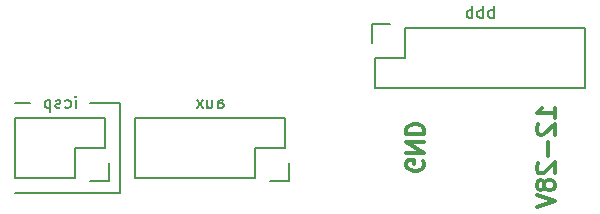
<source format=gbr>
G04 #@! TF.FileFunction,Legend,Bot*
%FSLAX46Y46*%
G04 Gerber Fmt 4.6, Leading zero omitted, Abs format (unit mm)*
G04 Created by KiCad (PCBNEW 4.0.2+dfsg1-stable) date Sat 09 Apr 2016 11:20:45 AM EDT*
%MOMM*%
G01*
G04 APERTURE LIST*
%ADD10C,0.100000*%
%ADD11C,0.200000*%
%ADD12C,0.300000*%
%ADD13C,0.150000*%
G04 APERTURE END LIST*
D10*
D11*
X-24130000Y8890000D02*
X-25400000Y8890000D01*
X-16510000Y8890000D02*
X-19050000Y8890000D01*
X-16510000Y1270000D02*
X-16510000Y8890000D01*
X-25400000Y1270000D02*
X-16510000Y1270000D01*
D12*
X9132000Y3937143D02*
X9203429Y3794286D01*
X9203429Y3580000D01*
X9132000Y3365715D01*
X8989143Y3222857D01*
X8846286Y3151429D01*
X8560571Y3080000D01*
X8346286Y3080000D01*
X8060571Y3151429D01*
X7917714Y3222857D01*
X7774857Y3365715D01*
X7703429Y3580000D01*
X7703429Y3722857D01*
X7774857Y3937143D01*
X7846286Y4008572D01*
X8346286Y4008572D01*
X8346286Y3722857D01*
X7703429Y4651429D02*
X9203429Y4651429D01*
X7703429Y5508572D01*
X9203429Y5508572D01*
X7703429Y6222858D02*
X9203429Y6222858D01*
X9203429Y6580001D01*
X9132000Y6794286D01*
X8989143Y6937144D01*
X8846286Y7008572D01*
X8560571Y7080001D01*
X8346286Y7080001D01*
X8060571Y7008572D01*
X7917714Y6937144D01*
X7774857Y6794286D01*
X7703429Y6580001D01*
X7703429Y6222858D01*
X20236571Y7603713D02*
X20236571Y8460856D01*
X20236571Y8032284D02*
X18736571Y8032284D01*
X18950857Y8175141D01*
X19093714Y8317999D01*
X19165143Y8460856D01*
X18879429Y7032285D02*
X18808000Y6960856D01*
X18736571Y6817999D01*
X18736571Y6460856D01*
X18808000Y6317999D01*
X18879429Y6246570D01*
X19022286Y6175142D01*
X19165143Y6175142D01*
X19379429Y6246570D01*
X20236571Y7103713D01*
X20236571Y6175142D01*
X19665143Y5532285D02*
X19665143Y4389428D01*
X18879429Y3746571D02*
X18808000Y3675142D01*
X18736571Y3532285D01*
X18736571Y3175142D01*
X18808000Y3032285D01*
X18879429Y2960856D01*
X19022286Y2889428D01*
X19165143Y2889428D01*
X19379429Y2960856D01*
X20236571Y3817999D01*
X20236571Y2889428D01*
X19379429Y2032285D02*
X19308000Y2175143D01*
X19236571Y2246571D01*
X19093714Y2318000D01*
X19022286Y2318000D01*
X18879429Y2246571D01*
X18808000Y2175143D01*
X18736571Y2032285D01*
X18736571Y1746571D01*
X18808000Y1603714D01*
X18879429Y1532285D01*
X19022286Y1460857D01*
X19093714Y1460857D01*
X19236571Y1532285D01*
X19308000Y1603714D01*
X19379429Y1746571D01*
X19379429Y2032285D01*
X19450857Y2175143D01*
X19522286Y2246571D01*
X19665143Y2318000D01*
X19950857Y2318000D01*
X20093714Y2246571D01*
X20165143Y2175143D01*
X20236571Y2032285D01*
X20236571Y1746571D01*
X20165143Y1603714D01*
X20093714Y1532285D01*
X19950857Y1460857D01*
X19665143Y1460857D01*
X19522286Y1532285D01*
X19450857Y1603714D01*
X19379429Y1746571D01*
X18736571Y1032286D02*
X20236571Y532286D01*
X18736571Y32286D01*
D13*
X-2540000Y7620000D02*
X-15240000Y7620000D01*
X-15240000Y7620000D02*
X-15240000Y2540000D01*
X-15240000Y2540000D02*
X-5080000Y2540000D01*
X-2540000Y7620000D02*
X-2540000Y5080000D01*
X-2260000Y3810000D02*
X-2260000Y2260000D01*
X-2540000Y5080000D02*
X-5080000Y5080000D01*
X-5080000Y5080000D02*
X-5080000Y2540000D01*
X-2260000Y2260000D02*
X-3810000Y2260000D01*
X22860000Y10160000D02*
X5080000Y10160000D01*
X7620000Y15240000D02*
X22860000Y15240000D01*
X22860000Y10160000D02*
X22860000Y15240000D01*
X5080000Y10160000D02*
X5080000Y12700000D01*
X4800000Y13970000D02*
X4800000Y15520000D01*
X5080000Y12700000D02*
X7620000Y12700000D01*
X7620000Y12700000D02*
X7620000Y15240000D01*
X4800000Y15520000D02*
X6350000Y15520000D01*
X-20320000Y2540000D02*
X-25400000Y2540000D01*
X-17500000Y2260000D02*
X-17500000Y3810000D01*
X-17780000Y5080000D02*
X-20320000Y5080000D01*
X-20320000Y5080000D02*
X-20320000Y2540000D01*
X-25400000Y2540000D02*
X-25400000Y7620000D01*
X-25400000Y7620000D02*
X-20320000Y7620000D01*
X-17500000Y2260000D02*
X-19050000Y2260000D01*
X-17780000Y7620000D02*
X-17780000Y5080000D01*
X-20320000Y7620000D02*
X-17780000Y7620000D01*
X-8247143Y8437619D02*
X-8247143Y8961429D01*
X-8199524Y9056667D01*
X-8104286Y9104286D01*
X-7913809Y9104286D01*
X-7818571Y9056667D01*
X-8247143Y8485238D02*
X-8151905Y8437619D01*
X-7913809Y8437619D01*
X-7818571Y8485238D01*
X-7770952Y8580476D01*
X-7770952Y8675714D01*
X-7818571Y8770952D01*
X-7913809Y8818571D01*
X-8151905Y8818571D01*
X-8247143Y8866190D01*
X-9151905Y9104286D02*
X-9151905Y8437619D01*
X-8723333Y9104286D02*
X-8723333Y8580476D01*
X-8770952Y8485238D01*
X-8866190Y8437619D01*
X-9009048Y8437619D01*
X-9104286Y8485238D01*
X-9151905Y8532857D01*
X-9532857Y8437619D02*
X-10056667Y9104286D01*
X-9532857Y9104286D02*
X-10056667Y8437619D01*
X15089048Y16057619D02*
X15089048Y17057619D01*
X15089048Y16676667D02*
X14993810Y16724286D01*
X14803333Y16724286D01*
X14708095Y16676667D01*
X14660476Y16629048D01*
X14612857Y16533810D01*
X14612857Y16248095D01*
X14660476Y16152857D01*
X14708095Y16105238D01*
X14803333Y16057619D01*
X14993810Y16057619D01*
X15089048Y16105238D01*
X14184286Y16057619D02*
X14184286Y17057619D01*
X14184286Y16676667D02*
X14089048Y16724286D01*
X13898571Y16724286D01*
X13803333Y16676667D01*
X13755714Y16629048D01*
X13708095Y16533810D01*
X13708095Y16248095D01*
X13755714Y16152857D01*
X13803333Y16105238D01*
X13898571Y16057619D01*
X14089048Y16057619D01*
X14184286Y16105238D01*
X13279524Y16057619D02*
X13279524Y17057619D01*
X13279524Y16676667D02*
X13184286Y16724286D01*
X12993809Y16724286D01*
X12898571Y16676667D01*
X12850952Y16629048D01*
X12803333Y16533810D01*
X12803333Y16248095D01*
X12850952Y16152857D01*
X12898571Y16105238D01*
X12993809Y16057619D01*
X13184286Y16057619D01*
X13279524Y16105238D01*
X-20304286Y8437619D02*
X-20304286Y9104286D01*
X-20304286Y9437619D02*
X-20256667Y9390000D01*
X-20304286Y9342381D01*
X-20351905Y9390000D01*
X-20304286Y9437619D01*
X-20304286Y9342381D01*
X-21209048Y8485238D02*
X-21113810Y8437619D01*
X-20923333Y8437619D01*
X-20828095Y8485238D01*
X-20780476Y8532857D01*
X-20732857Y8628095D01*
X-20732857Y8913810D01*
X-20780476Y9009048D01*
X-20828095Y9056667D01*
X-20923333Y9104286D01*
X-21113810Y9104286D01*
X-21209048Y9056667D01*
X-21590000Y8485238D02*
X-21685238Y8437619D01*
X-21875714Y8437619D01*
X-21970953Y8485238D01*
X-22018572Y8580476D01*
X-22018572Y8628095D01*
X-21970953Y8723333D01*
X-21875714Y8770952D01*
X-21732857Y8770952D01*
X-21637619Y8818571D01*
X-21590000Y8913810D01*
X-21590000Y8961429D01*
X-21637619Y9056667D01*
X-21732857Y9104286D01*
X-21875714Y9104286D01*
X-21970953Y9056667D01*
X-22447143Y9104286D02*
X-22447143Y8104286D01*
X-22447143Y9056667D02*
X-22542381Y9104286D01*
X-22732858Y9104286D01*
X-22828096Y9056667D01*
X-22875715Y9009048D01*
X-22923334Y8913810D01*
X-22923334Y8628095D01*
X-22875715Y8532857D01*
X-22828096Y8485238D01*
X-22732858Y8437619D01*
X-22542381Y8437619D01*
X-22447143Y8485238D01*
M02*

</source>
